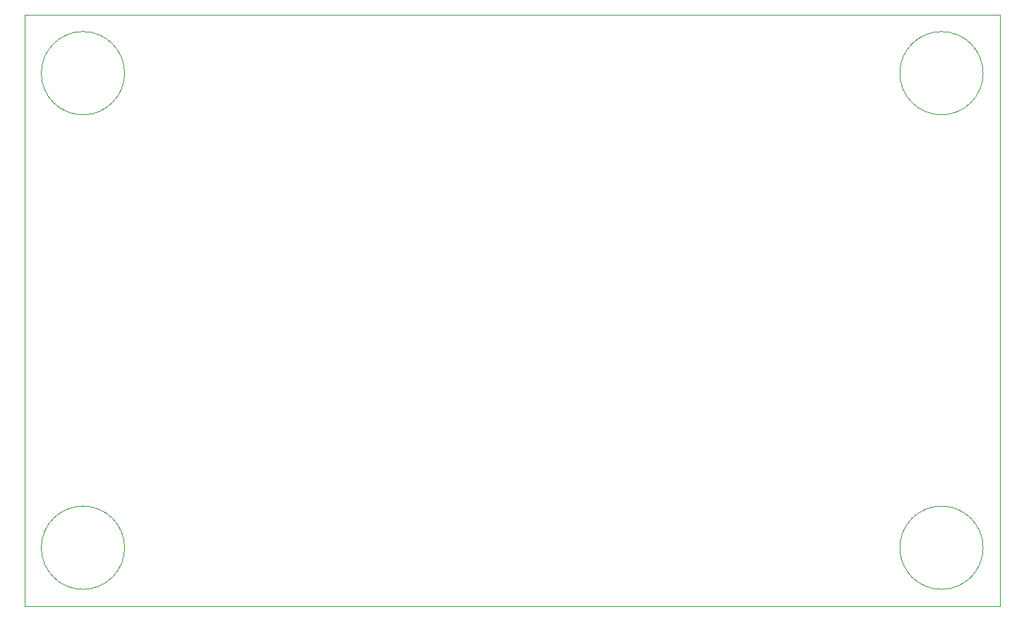
<source format=gbr>
%TF.GenerationSoftware,KiCad,Pcbnew,9.0.3*%
%TF.CreationDate,2025-08-14T11:07:28+02:00*%
%TF.ProjectId,Spool_Roller,53706f6f-6c5f-4526-9f6c-6c65722e6b69,rev?*%
%TF.SameCoordinates,Original*%
%TF.FileFunction,Profile,NP*%
%FSLAX46Y46*%
G04 Gerber Fmt 4.6, Leading zero omitted, Abs format (unit mm)*
G04 Created by KiCad (PCBNEW 9.0.3) date 2025-08-14 11:07:28*
%MOMM*%
%LPD*%
G01*
G04 APERTURE LIST*
%TA.AperFunction,Profile*%
%ADD10C,0.050000*%
%TD*%
G04 APERTURE END LIST*
D10*
X48000000Y-44000000D02*
X165000000Y-44000000D01*
X165000000Y-115000000D01*
X48000000Y-115000000D01*
X48000000Y-44000000D01*
X163000000Y-108000000D02*
G75*
G02*
X153000000Y-108000000I-5000000J0D01*
G01*
X153000000Y-108000000D02*
G75*
G02*
X163000000Y-108000000I5000000J0D01*
G01*
X163000000Y-51000000D02*
G75*
G02*
X153000000Y-51000000I-5000000J0D01*
G01*
X153000000Y-51000000D02*
G75*
G02*
X163000000Y-51000000I5000000J0D01*
G01*
X60000000Y-51000000D02*
G75*
G02*
X50000000Y-51000000I-5000000J0D01*
G01*
X50000000Y-51000000D02*
G75*
G02*
X60000000Y-51000000I5000000J0D01*
G01*
X60000000Y-108000000D02*
G75*
G02*
X50000000Y-108000000I-5000000J0D01*
G01*
X50000000Y-108000000D02*
G75*
G02*
X60000000Y-108000000I5000000J0D01*
G01*
M02*

</source>
